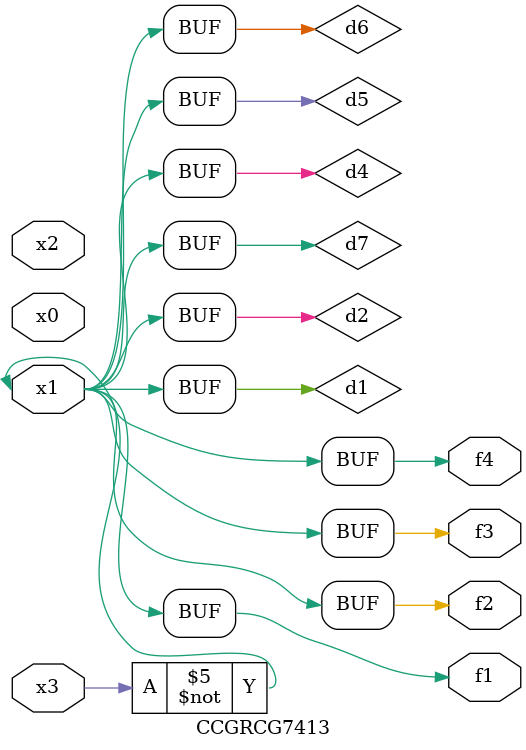
<source format=v>
module CCGRCG7413(
	input x0, x1, x2, x3,
	output f1, f2, f3, f4
);

	wire d1, d2, d3, d4, d5, d6, d7;

	not (d1, x3);
	buf (d2, x1);
	xnor (d3, d1, d2);
	nor (d4, d1);
	buf (d5, d1, d2);
	buf (d6, d4, d5);
	nand (d7, d4);
	assign f1 = d6;
	assign f2 = d7;
	assign f3 = d6;
	assign f4 = d6;
endmodule

</source>
